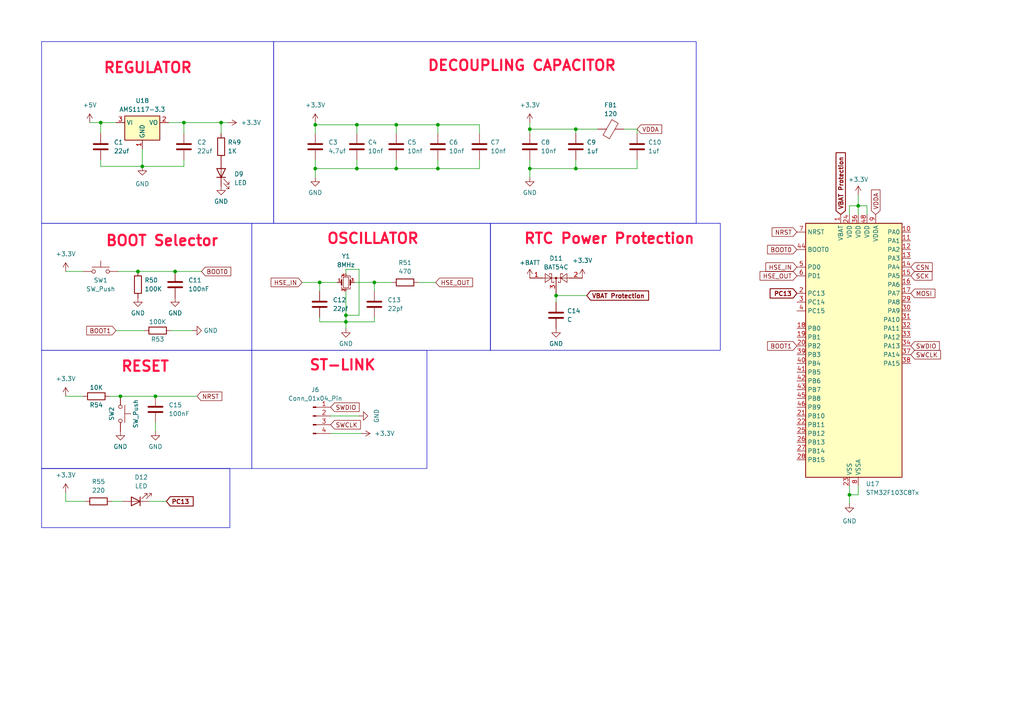
<source format=kicad_sch>
(kicad_sch (version 20230121) (generator eeschema)
  (paper "A4")
  (lib_symbols
    (symbol "Connector:Conn_01x04_Pin" (pin_names (offset 1.016) hide)
      (property "Reference" "J" (at 0 5.08 0))
      (property "Value" "Conn_01x04_Pin" (at 0 -7.62 0))
      (symbol "Conn_01x04_Pin_1_1"
        (polyline (pts (xy 1.27 -5.08) (xy 0.8636 -5.08)) (stroke (width 0.1524)))
        (polyline (pts (xy 1.27 -2.54) (xy 0.8636 -2.54)) (stroke (width 0.1524)))
        (polyline (pts (xy 1.27 0) (xy 0.8636 0)) (stroke (width 0.1524)))
        (polyline (pts (xy 1.27 2.54) (xy 0.8636 2.54)) (stroke (width 0.1524)))
        (rectangle (start 0.8636 -4.953) (end 0 -5.207) (stroke (width 0.1524)) (fill (type outline)))
        (rectangle (start 0.8636 -2.413) (end 0 -2.667) (stroke (width 0.1524)) (fill (type outline)))
        (rectangle (start 0.8636 0.127) (end 0 -0.127) (stroke (width 0.1524)) (fill (type outline)))
        (rectangle (start 0.8636 2.667) (end 0 2.413) (stroke (width 0.1524)) (fill (type outline)))
        (pin passive line (at 5.08 2.54 180) (length 3.81) (name "Pin_1") (number "1"))
        (pin passive line (at 5.08 0 180) (length 3.81) (name "Pin_2") (number "2"))
        (pin passive line (at 5.08 -2.54 180) (length 3.81) (name "Pin_3") (number "3"))
        (pin passive line (at 5.08 -5.08 180) (length 3.81) (name "Pin_4") (number "4"))
      )
    )
    (symbol "Device:C" (pin_numbers hide) (pin_names (offset 0.254))
      (property "Reference" "C" (at 0.635 2.54 0))
      (property "Value" "C" (at 0.635 -2.54 0))
      (symbol "C_0_1"
        (polyline (pts (xy -2.032 -0.762) (xy 2.032 -0.762)) (stroke (width 0.508)))
        (polyline (pts (xy -2.032 0.762) (xy 2.032 0.762)) (stroke (width 0.508)))
      )
      (symbol "C_1_1"
        (pin passive line (at 0 3.81 270) (length 2.794) (name "~") (number "1"))
        (pin passive line (at 0 -3.81 90) (length 2.794) (name "~") (number "2"))
      )
    )
    (symbol "Device:Crystal_GND24_Small" (pin_names (offset 1.016) hide)
      (property "Reference" "Y" (at 1.27 4.445 0))
      (property "Value" "Crystal_GND24_Small" (at 1.27 2.54 0))
      (symbol "Crystal_GND24_Small_0_1"
        (rectangle (start -0.762 -1.524) (end 0.762 1.524))
        (polyline (pts (xy -1.27 -0.762) (xy -1.27 0.762)) (stroke (width 0.381)))
        (polyline (pts (xy 1.27 -0.762) (xy 1.27 0.762)) (stroke (width 0.381)))
        (polyline (pts (xy -1.27 -1.27) (xy -1.27 -1.905) (xy 1.27 -1.905) (xy 1.27 -1.27)))
        (polyline (pts (xy -1.27 1.27) (xy -1.27 1.905) (xy 1.27 1.905) (xy 1.27 1.27)))
      )
      (symbol "Crystal_GND24_Small_1_1"
        (pin passive line (at -2.54 0 0) (length 1.27) (name "1") (number "1"))
        (pin passive line (at 0 -2.54 90) (length 0.635) (name "2") (number "2"))
        (pin passive line (at 2.54 0 180) (length 1.27) (name "3") (number "3"))
        (pin passive line (at 0 2.54 270) (length 0.635) (name "4") (number "4"))
      )
    )
    (symbol "Device:FerriteBead" (pin_numbers hide) (pin_names (offset 0))
      (property "Reference" "FB" (at -3.81 0.635 90))
      (property "Value" "FerriteBead" (at 3.81 0 90))
      (symbol "FerriteBead_0_1"
        (polyline (pts (xy 0 -1.27) (xy 0 -1.2192)))
        (polyline (pts (xy 0 1.27) (xy 0 1.2954)))
        (polyline (pts (xy -2.7686 0.4064) (xy -1.7018 2.2606) (xy 2.7686 -0.3048) (xy 1.6764 -2.159) (xy -2.7686 0.4064)))
      )
      (symbol "FerriteBead_1_1"
        (pin passive line (at 0 3.81 270) (length 2.54) (name "~") (number "1"))
        (pin passive line (at 0 -3.81 90) (length 2.54) (name "~") (number "2"))
      )
    )
    (symbol "Device:LED" (pin_numbers hide) (pin_names (offset 1.016) hide)
      (property "Reference" "D" (at 0 2.54 0))
      (property "Value" "LED" (at 0 -2.54 0))
      (symbol "LED_0_1"
        (polyline (pts (xy -1.27 -1.27) (xy -1.27 1.27)) (stroke (width 0.254)))
        (polyline (pts (xy -1.27 0) (xy 1.27 0)))
        (polyline (pts (xy 1.27 -1.27) (xy 1.27 1.27) (xy -1.27 0) (xy 1.27 -1.27)) (stroke (width 0.254)))
        (polyline (pts (xy -3.048 -0.762) (xy -4.572 -2.286) (xy -3.81 -2.286) (xy -4.572 -2.286) (xy -4.572 -1.524)))
        (polyline (pts (xy -1.778 -0.762) (xy -3.302 -2.286) (xy -2.54 -2.286) (xy -3.302 -2.286) (xy -3.302 -1.524)))
      )
      (symbol "LED_1_1"
        (pin passive line (at -3.81 0 0) (length 2.54) (name "K") (number "1"))
        (pin passive line (at 3.81 0 180) (length 2.54) (name "A") (number "2"))
      )
    )
    (symbol "Device:R" (pin_numbers hide) (pin_names (offset 0))
      (property "Reference" "R" (at 2.032 0 90))
      (property "Value" "R" (at 0 0 90))
      (symbol "R_0_1"
        (rectangle (start -1.016 -2.54) (end 1.016 2.54) (stroke (width 0.254)))
      )
      (symbol "R_1_1"
        (pin passive line (at 0 3.81 270) (length 1.27) (name "~") (number "1"))
        (pin passive line (at 0 -3.81 90) (length 1.27) (name "~") (number "2"))
      )
    )
    (symbol "Diode:BAT54C" (pin_names (offset 1.016))
      (property "Reference" "D" (at 0.635 -3.81 0))
      (property "Value" "BAT54C" (at -6.35 3.175 0))
      (symbol "BAT54C_0_1"
        (polyline (pts (xy -1.905 0) (xy 1.905 0)))
        (polyline (pts (xy -1.905 1.27) (xy -1.905 1.016)))
        (polyline (pts (xy -1.27 -1.27) (xy -0.635 -1.27)))
        (polyline (pts (xy -1.27 0) (xy -3.81 0)))
        (polyline (pts (xy -1.27 1.27) (xy -1.905 1.27)))
        (polyline (pts (xy -1.27 1.27) (xy -1.27 -1.27)))
        (polyline (pts (xy -0.635 -1.27) (xy -0.635 -1.016)))
        (polyline (pts (xy 0.635 -1.27) (xy 0.635 -1.016)))
        (polyline (pts (xy 1.27 -1.27) (xy 0.635 -1.27)))
        (polyline (pts (xy 1.27 1.27) (xy 1.27 -1.27)))
        (polyline (pts (xy 1.27 1.27) (xy 1.905 1.27)))
        (polyline (pts (xy 1.905 1.27) (xy 1.905 1.016)))
        (polyline (pts (xy 3.81 0) (xy 1.27 0)))
        (polyline (pts (xy -3.175 -1.27) (xy -3.175 1.27) (xy -1.27 0) (xy -3.175 -1.27)))
        (polyline (pts (xy 3.175 -1.27) (xy 3.175 1.27) (xy 1.27 0) (xy 3.175 -1.27)))
        (circle (center 0 0) (radius 0.254) (fill (type outline)))
      )
      (symbol "BAT54C_1_1"
        (pin passive line (at -7.62 0 0) (length 3.81) (name "~") (number "1"))
        (pin passive line (at 7.62 0 180) (length 3.81) (name "~") (number "2"))
        (pin passive line (at 0 -5.08 90) (length 5.08) (name "~") (number "3"))
      )
    )
    (symbol "MCU_ST_STM32F1:STM32F103C8Tx"
      (property "Reference" "U" (at -12.7 39.37 0))
      (property "Value" "STM32F103C8Tx" (at 10.16 39.37 0))
      (symbol "STM32F103C8Tx_0_1"
        (rectangle (start -12.7 -35.56) (end 15.24 38.1) (stroke (width 0.254)) (fill (type background)))
      )
      (symbol "STM32F103C8Tx_1_1"
        (pin power_in line (at -2.54 40.64 270) (length 2.54) (name "VBAT") (number "1"))
        (pin bidirectional line (at 17.78 35.56 180) (length 2.54) (name "PA0") (number "10"))
        (pin bidirectional line (at 17.78 33.02 180) (length 2.54) (name "PA1") (number "11"))
        (pin bidirectional line (at 17.78 30.48 180) (length 2.54) (name "PA2") (number "12"))
        (pin bidirectional line (at 17.78 27.94 180) (length 2.54) (name "PA3") (number "13"))
        (pin bidirectional line (at 17.78 25.4 180) (length 2.54) (name "PA4") (number "14"))
        (pin bidirectional line (at 17.78 22.86 180) (length 2.54) (name "PA5") (number "15"))
        (pin bidirectional line (at 17.78 20.32 180) (length 2.54) (name "PA6") (number "16"))
        (pin bidirectional line (at 17.78 17.78 180) (length 2.54) (name "PA7") (number "17"))
        (pin bidirectional line (at -15.24 7.62 0) (length 2.54) (name "PB0") (number "18"))
        (pin bidirectional line (at -15.24 5.08 0) (length 2.54) (name "PB1") (number "19"))
        (pin bidirectional line (at -15.24 17.78 0) (length 2.54) (name "PC13") (number "2"))
        (pin bidirectional line (at -15.24 2.54 0) (length 2.54) (name "PB2") (number "20"))
        (pin bidirectional line (at -15.24 -17.78 0) (length 2.54) (name "PB10") (number "21"))
        (pin bidirectional line (at -15.24 -20.32 0) (length 2.54) (name "PB11") (number "22"))
        (pin power_in line (at 0 -38.1 90) (length 2.54) (name "VSS") (number "23"))
        (pin power_in line (at 0 40.64 270) (length 2.54) (name "VDD") (number "24"))
        (pin bidirectional line (at -15.24 -22.86 0) (length 2.54) (name "PB12") (number "25"))
        (pin bidirectional line (at -15.24 -25.4 0) (length 2.54) (name "PB13") (number "26"))
        (pin bidirectional line (at -15.24 -27.94 0) (length 2.54) (name "PB14") (number "27"))
        (pin bidirectional line (at -15.24 -30.48 0) (length 2.54) (name "PB15") (number "28"))
        (pin bidirectional line (at 17.78 15.24 180) (length 2.54) (name "PA8") (number "29"))
        (pin bidirectional line (at -15.24 15.24 0) (length 2.54) (name "PC14") (number "3"))
        (pin bidirectional line (at 17.78 12.7 180) (length 2.54) (name "PA9") (number "30"))
        (pin bidirectional line (at 17.78 10.16 180) (length 2.54) (name "PA10") (number "31"))
        (pin bidirectional line (at 17.78 7.62 180) (length 2.54) (name "PA11") (number "32"))
        (pin bidirectional line (at 17.78 5.08 180) (length 2.54) (name "PA12") (number "33"))
        (pin bidirectional line (at 17.78 2.54 180) (length 2.54) (name "PA13") (number "34"))
        (pin passive line (at 0 -38.1 90) (length 2.54) hide (name "VSS") (number "35"))
        (pin power_in line (at 2.54 40.64 270) (length 2.54) (name "VDD") (number "36"))
        (pin bidirectional line (at 17.78 0 180) (length 2.54) (name "PA14") (number "37"))
        (pin bidirectional line (at 17.78 -2.54 180) (length 2.54) (name "PA15") (number "38"))
        (pin bidirectional line (at -15.24 0 0) (length 2.54) (name "PB3") (number "39"))
        (pin bidirectional line (at -15.24 12.7 0) (length 2.54) (name "PC15") (number "4"))
        (pin bidirectional line (at -15.24 -2.54 0) (length 2.54) (name "PB4") (number "40"))
        (pin bidirectional line (at -15.24 -5.08 0) (length 2.54) (name "PB5") (number "41"))
        (pin bidirectional line (at -15.24 -7.62 0) (length 2.54) (name "PB6") (number "42"))
        (pin bidirectional line (at -15.24 -10.16 0) (length 2.54) (name "PB7") (number "43"))
        (pin input line (at -15.24 30.48 0) (length 2.54) (name "BOOT0") (number "44"))
        (pin bidirectional line (at -15.24 -12.7 0) (length 2.54) (name "PB8") (number "45"))
        (pin bidirectional line (at -15.24 -15.24 0) (length 2.54) (name "PB9") (number "46"))
        (pin passive line (at 0 -38.1 90) (length 2.54) hide (name "VSS") (number "47"))
        (pin power_in line (at 5.08 40.64 270) (length 2.54) (name "VDD") (number "48"))
        (pin bidirectional line (at -15.24 25.4 0) (length 2.54) (name "PD0") (number "5"))
        (pin bidirectional line (at -15.24 22.86 0) (length 2.54) (name "PD1") (number "6"))
        (pin input line (at -15.24 35.56 0) (length 2.54) (name "NRST") (number "7"))
        (pin power_in line (at 2.54 -38.1 90) (length 2.54) (name "VSSA") (number "8"))
        (pin power_in line (at 7.62 40.64 270) (length 2.54) (name "VDDA") (number "9"))
      )
    )
    (symbol "Regulator_Linear:AMS1117-3.3"
      (property "Reference" "U" (at -3.81 3.175 0))
      (property "Value" "AMS1117-3.3" (at 0 3.175 0))
      (symbol "AMS1117-3.3_0_1"
        (rectangle (start -5.08 -5.08) (end 5.08 1.905) (stroke (width 0.254)) (fill (type background)))
      )
      (symbol "AMS1117-3.3_1_1"
        (pin power_in line (at 0 -7.62 90) (length 2.54) (name "GND") (number "1"))
        (pin power_out line (at 7.62 0 180) (length 2.54) (name "VO") (number "2"))
        (pin power_in line (at -7.62 0 0) (length 2.54) (name "VI") (number "3"))
      )
    )
    (symbol "Switch:SW_Push" (pin_numbers hide) (pin_names (offset 1.016) hide)
      (property "Reference" "SW" (at 1.27 2.54 0))
      (property "Value" "SW_Push" (at 0 -1.524 0))
      (symbol "SW_Push_0_1"
        (circle (center -2.032 0) (radius 0.508))
        (polyline (pts (xy 0 1.27) (xy 0 3.048)))
        (polyline (pts (xy 2.54 1.27) (xy -2.54 1.27)))
        (circle (center 2.032 0) (radius 0.508))
        (pin passive line (at -5.08 0 0) (length 2.54) (name "1") (number "1"))
        (pin passive line (at 5.08 0 180) (length 2.54) (name "2") (number "2"))
      )
    )
    (symbol "power:+3.3V" (power) (pin_names (offset 0))
      (property "Value" "+3.3V" (at 0 3.556 0))
      (symbol "+3.3V_0_1"
        (polyline (pts (xy -0.762 1.27) (xy 0 2.54)))
        (polyline (pts (xy 0 0) (xy 0 2.54)))
        (polyline (pts (xy 0 2.54) (xy 0.762 1.27)))
      )
      (symbol "+3.3V_1_1"
        (pin power_in line (at 0 0 90) (length 0) hide (name "+3.3V") (number "1"))
      )
    )
    (symbol "power:+5V" (power) (pin_names (offset 0))
      (property "Value" "+5V" (at 0 3.556 0))
      (symbol "+5V_0_1"
        (polyline (pts (xy -0.762 1.27) (xy 0 2.54)))
        (polyline (pts (xy 0 0) (xy 0 2.54)))
        (polyline (pts (xy 0 2.54) (xy 0.762 1.27)))
      )
      (symbol "+5V_1_1"
        (pin power_in line (at 0 0 90) (length 0) hide (name "+5V") (number "1"))
      )
    )
    (symbol "power:+BATT" (power) (pin_names (offset 0))
      (property "Value" "+BATT" (at 0 3.556 0))
      (symbol "+BATT_0_1"
        (polyline (pts (xy -0.762 1.27) (xy 0 2.54)))
        (polyline (pts (xy 0 0) (xy 0 2.54)))
        (polyline (pts (xy 0 2.54) (xy 0.762 1.27)))
      )
      (symbol "+BATT_1_1"
        (pin power_in line (at 0 0 90) (length 0) hide (name "+BATT") (number "1"))
      )
    )
    (symbol "power:GND" (power) (pin_names (offset 0))
      (property "Value" "GND" (at 0 -3.81 0))
      (symbol "GND_0_1"
        (polyline (pts (xy 0 0) (xy 0 -1.27) (xy 1.27 -1.27) (xy 0 -2.54) (xy -1.27 -1.27) (xy 0 -1.27)))
      )
      (symbol "GND_1_1"
        (pin power_in line (at 0 0 270) (length 0) hide (name "GND") (number "1"))
      )
    )
  )
  (junction (at 114.935 48.895))
  (junction (at 91.44 48.895))
  (junction (at 114.935 36.195))
  (junction (at 40.005 78.74))
  (junction (at 103.505 36.195))
  (junction (at 92.71 81.915))
  (junction (at 34.925 114.935))
  (junction (at 153.67 48.895))
  (junction (at 248.92 59.69))
  (junction (at 29.21 35.56))
  (junction (at 153.67 37.465))
  (junction (at 161.29 85.725))
  (junction (at 167.005 48.895))
  (junction (at 167.005 37.465))
  (junction (at 53.34 35.56))
  (junction (at 91.44 36.195))
  (junction (at 64.135 35.56))
  (junction (at 103.505 48.895))
  (junction (at 127 36.195))
  (junction (at 108.585 81.915))
  (junction (at 246.38 143.51))
  (junction (at 41.275 48.26))
  (junction (at 127 48.895))
  (junction (at 50.8 78.74))
  (junction (at 100.33 91.44))
  (junction (at 100.33 93.345))
  (junction (at 45.085 114.935))
  (wire (pts (xy 53.34 38.735) (xy 53.34 35.56)))
  (wire (pts (xy 127 48.895) (xy 139.065 48.895)))
  (wire (pts (xy 29.21 48.26) (xy 41.275 48.26)))
  (wire (pts (xy 53.34 48.26) (xy 53.34 46.355)))
  (wire (pts (xy 100.33 93.345) (xy 100.33 95.25)))
  (wire (pts (xy 167.005 48.895) (xy 153.67 48.895)))
  (wire (pts (xy 139.065 38.735) (xy 139.065 36.195)))
  (wire (pts (xy 91.44 36.195) (xy 103.505 36.195)))
  (wire (pts (xy 19.05 114.935) (xy 24.13 114.935)))
  (wire (pts (xy 114.935 36.195) (xy 127 36.195)))
  (wire (pts (xy 173.355 37.465) (xy 167.005 37.465)))
  (wire (pts (xy 103.505 46.355) (xy 103.505 48.895)))
  (wire (pts (xy 248.92 62.23) (xy 248.92 59.69)))
  (wire (pts (xy 19.05 145.415) (xy 24.765 145.415)))
  (wire (pts (xy 26.035 35.56) (xy 29.21 35.56)))
  (wire (pts (xy 167.005 37.465) (xy 153.67 37.465)))
  (wire (pts (xy 45.085 122.555) (xy 45.085 125.095)))
  (wire (pts (xy 49.53 95.885) (xy 55.88 95.885)))
  (wire (pts (xy 167.005 48.895) (xy 184.785 48.895)))
  (wire (pts (xy 34.925 114.935) (xy 45.085 114.935)))
  (wire (pts (xy 170.18 85.725) (xy 161.29 85.725)))
  (wire (pts (xy 33.655 95.885) (xy 41.91 95.885)))
  (wire (pts (xy 103.505 36.195) (xy 103.505 38.735)))
  (wire (pts (xy 43.18 145.415) (xy 48.26 145.415)))
  (wire (pts (xy 246.38 140.97) (xy 246.38 143.51)))
  (wire (pts (xy 29.21 35.56) (xy 29.21 38.735)))
  (wire (pts (xy 53.34 35.56) (xy 64.135 35.56)))
  (wire (pts (xy 41.275 48.26) (xy 53.34 48.26)))
  (wire (pts (xy 108.585 93.345) (xy 100.33 93.345)))
  (wire (pts (xy 108.585 81.915) (xy 113.665 81.915)))
  (wire (pts (xy 103.505 48.895) (xy 114.935 48.895)))
  (wire (pts (xy 248.92 59.69) (xy 251.46 59.69)))
  (wire (pts (xy 161.29 85.725) (xy 161.29 87.63)))
  (wire (pts (xy 103.505 36.195) (xy 114.935 36.195)))
  (wire (pts (xy 91.44 46.355) (xy 91.44 48.895)))
  (wire (pts (xy 246.38 59.69) (xy 248.92 59.69)))
  (wire (pts (xy 108.585 81.915) (xy 108.585 84.455)))
  (wire (pts (xy 29.21 46.355) (xy 29.21 48.26)))
  (wire (pts (xy 139.065 46.355) (xy 139.065 48.895)))
  (wire (pts (xy 184.785 46.355) (xy 184.785 48.895)))
  (wire (pts (xy 127 46.355) (xy 127 48.895)))
  (wire (pts (xy 45.085 114.935) (xy 57.15 114.935)))
  (wire (pts (xy 248.92 143.51) (xy 246.38 143.51)))
  (wire (pts (xy 92.71 93.345) (xy 100.33 93.345)))
  (wire (pts (xy 19.05 142.875) (xy 19.05 145.415)))
  (wire (pts (xy 102.87 81.915) (xy 108.585 81.915)))
  (wire (pts (xy 64.135 35.56) (xy 66.04 35.56)))
  (wire (pts (xy 180.975 37.465) (xy 184.785 37.465)))
  (wire (pts (xy 91.44 48.895) (xy 91.44 51.435)))
  (wire (pts (xy 121.285 81.915) (xy 126.365 81.915)))
  (wire (pts (xy 153.67 48.895) (xy 153.67 51.435)))
  (wire (pts (xy 100.33 79.375) (xy 100.33 78.105)))
  (wire (pts (xy 248.92 140.97) (xy 248.92 143.51)))
  (wire (pts (xy 31.75 114.935) (xy 34.925 114.935)))
  (wire (pts (xy 40.005 78.74) (xy 50.8 78.74)))
  (wire (pts (xy 92.71 92.075) (xy 92.71 93.345)))
  (wire (pts (xy 50.8 78.74) (xy 58.42 78.74)))
  (wire (pts (xy 167.005 37.465) (xy 167.005 38.735)))
  (wire (pts (xy 104.14 120.65) (xy 95.885 120.65)))
  (wire (pts (xy 100.33 91.44) (xy 100.33 93.345)))
  (wire (pts (xy 114.935 48.895) (xy 127 48.895)))
  (wire (pts (xy 248.92 56.515) (xy 248.92 59.69)))
  (wire (pts (xy 108.585 92.075) (xy 108.585 93.345)))
  (wire (pts (xy 64.135 35.56) (xy 64.135 38.735)))
  (wire (pts (xy 246.38 143.51) (xy 246.38 146.05)))
  (wire (pts (xy 114.935 38.735) (xy 114.935 36.195)))
  (wire (pts (xy 127 36.195) (xy 139.065 36.195)))
  (wire (pts (xy 246.38 59.69) (xy 246.38 62.23)))
  (wire (pts (xy 34.29 78.74) (xy 40.005 78.74)))
  (wire (pts (xy 92.71 81.915) (xy 97.79 81.915)))
  (wire (pts (xy 153.67 35.56) (xy 153.67 37.465)))
  (wire (pts (xy 100.33 84.455) (xy 100.33 91.44)))
  (wire (pts (xy 100.33 78.105) (xy 104.14 78.105)))
  (wire (pts (xy 32.385 145.415) (xy 35.56 145.415)))
  (wire (pts (xy 92.71 81.915) (xy 92.71 84.455)))
  (wire (pts (xy 251.46 59.69) (xy 251.46 62.23)))
  (wire (pts (xy 29.21 35.56) (xy 33.655 35.56)))
  (wire (pts (xy 91.44 36.195) (xy 91.44 38.735)))
  (wire (pts (xy 104.14 91.44) (xy 100.33 91.44)))
  (wire (pts (xy 153.67 46.355) (xy 153.67 48.895)))
  (wire (pts (xy 19.05 78.74) (xy 24.13 78.74)))
  (wire (pts (xy 87.63 81.915) (xy 92.71 81.915)))
  (wire (pts (xy 184.785 37.465) (xy 184.785 38.735)))
  (wire (pts (xy 104.775 125.73) (xy 95.885 125.73)))
  (wire (pts (xy 104.14 78.105) (xy 104.14 91.44)))
  (wire (pts (xy 127 38.735) (xy 127 36.195)))
  (wire (pts (xy 48.895 35.56) (xy 53.34 35.56)))
  (wire (pts (xy 41.275 43.18) (xy 41.275 48.26)))
  (wire (pts (xy 91.44 35.56) (xy 91.44 36.195)))
  (wire (pts (xy 103.505 48.895) (xy 91.44 48.895)))
  (wire (pts (xy 114.935 46.355) (xy 114.935 48.895)))
  (wire (pts (xy 153.67 37.465) (xy 153.67 38.735)))
  (wire (pts (xy 167.005 46.355) (xy 167.005 48.895)))
  (rectangle (start 12.065 64.77) (end 73.025 101.6))
  (rectangle (start 79.375 12.065) (end 201.93 64.77))
  (rectangle (start 142.24 64.77) (end 208.915 101.6))
  (rectangle (start 12.065 101.6) (end 73.025 135.89))
  (rectangle (start 73.025 101.6) (end 123.825 135.89))
  (rectangle (start 73.025 64.77) (end 142.24 101.6))
  (rectangle (start 12.065 12.065) (end 79.375 64.77))
  (rectangle (start 12.065 135.89) (end 66.675 153.035))
  (text "OSCILLATOR\n" (at 94.615 71.12 0) (effects (font (size 3 3) (thickness 0.6) bold) (justify left bottom)))
  (text "REGULATOR" (at 29.845 21.59 0) (effects (font (size 3 3) (thickness 0.6) bold) (justify left bottom)))
  (text "BOOT Selector\n" (at 30.48 71.755 0) (effects (font (size 3 3) (thickness 0.6) bold) (justify left bottom)))
  (text "RTC Power Protection" (at 151.765 71.12 0) (effects (font (size 3 3) (thickness 0.6) bold) (justify left bottom)))
  (text "DECOUPLING CAPACITOR\n" (at 123.825 20.955 0) (effects (font (size 3 3) (thickness 0.6) bold) (justify left bottom)))
  (text "RESET\n\n" (at 34.925 113.03 0) (effects (font (size 3 3) (thickness 0.6) bold) (justify left bottom)))
  (text "ST-LINK\n\n\n" (at 89.535 117.475 0) (effects (font (size 3 3) (thickness 0.6) bold) (justify left bottom)))
  (global_label "BOOT1" (shape input) (at 231.14 100.33 180) (property "Intersheetrefs" "${INTERSHEET_REFS}" (effects hide)))
  (global_label "HSE_OUT" (shape input) (at 231.14 80.01 180) (property "Intersheetrefs" "${INTERSHEET_REFS}" (effects hide)))
  (global_label "HSE_OUT" (shape input) (at 126.365 81.915 0) (property "Intersheetrefs" "${INTERSHEET_REFS}" (effects hide)))
  (global_label "BOOT0" (shape input) (at 58.42 78.74 0) (property "Intersheetrefs" "${INTERSHEET_REFS}" (effects hide)))
  (global_label "HSE_IN" (shape input) (at 231.14 77.47 180) (property "Intersheetrefs" "${INTERSHEET_REFS}" (effects hide)))
  (global_label "PC13" (shape input) (at 231.14 85.09 180) (effects (font bold)) (property "Intersheetrefs" "${INTERSHEET_REFS}" (effects hide)))
  (global_label "SWCLK" (shape input) (at 95.885 123.19 0) (property "Intersheetrefs" "${INTERSHEET_REFS}" (effects hide)))
  (global_label "MOSI" (shape input) (at 264.16 85.09 0) (property "Intersheetrefs" "${INTERSHEET_REFS}" (effects hide)))
  (global_label "VDDA" (shape input) (at 184.785 37.465 0) (property "Intersheetrefs" "${INTERSHEET_REFS}" (effects hide)))
  (global_label "HSE_IN" (shape input) (at 87.63 81.915 180) (property "Intersheetrefs" "${INTERSHEET_REFS}" (effects hide)))
  (global_label "SWDIO" (shape input) (at 95.885 118.11 0) (property "Intersheetrefs" "${INTERSHEET_REFS}" (effects hide)))
  (global_label "NRST" (shape input) (at 57.15 114.935 0) (property "Intersheetrefs" "${INTERSHEET_REFS}" (effects hide)))
  (global_label "NRST" (shape input) (at 231.14 67.31 180) (property "Intersheetrefs" "${INTERSHEET_REFS}" (effects hide)))
  (global_label "VDDA" (shape input) (at 254 62.23 90) (property "Intersheetrefs" "${INTERSHEET_REFS}" (effects hide)))
  (global_label "PC13" (shape input) (at 48.26 145.415 0) (effects (font bold)) (property "Intersheetrefs" "${INTERSHEET_REFS}" (effects hide)))
  (global_label "BOOT0" (shape input) (at 231.14 72.39 180) (property "Intersheetrefs" "${INTERSHEET_REFS}" (effects hide)))
  (global_label "VBAT Protection" (shape input) (at 170.18 85.725 0) (effects (font bold)) (property "Intersheetrefs" "${INTERSHEET_REFS}" (effects hide)))
  (global_label "VBAT Protection" (shape input) (at 243.84 62.23 90) (effects (font bold)) (property "Intersheetrefs" "${INTERSHEET_REFS}" (effects hide)))
  (global_label "CSN" (shape input) (at 264.16 77.47 0) (property "Intersheetrefs" "${INTERSHEET_REFS}" (effects hide)))
  (global_label "SWCLK" (shape input) (at 264.16 102.87 0) (property "Intersheetrefs" "${INTERSHEET_REFS}" (effects hide)))
  (global_label "SWDIO" (shape input) (at 264.16 100.33 0) (property "Intersheetrefs" "${INTERSHEET_REFS}" (effects hide)))
  (global_label "SCK" (shape input) (at 264.16 80.01 0) (property "Intersheetrefs" "${INTERSHEET_REFS}" (effects hide)))
  (global_label "BOOT1" (shape input) (at 33.655 95.885 180) (property "Intersheetrefs" "${INTERSHEET_REFS}" (effects hide)))
  (symbol (lib_id "MCU_ST_STM32F1:STM32F103C8Tx") (at 246.38 102.87 0) (unit 1)
    (property "Reference" "U17" (at 251.1141 140.335 0) (effects (justify left)))
    (property "Value" "STM32F103C8Tx" (at 251.1141 142.875 0) (effects (justify left)))
    (property "Footprint" "Package_QFP:LQFP-48_7x7mm_P0.5mm" (effects hide))
    (property "Datasheet" "https://www.st.com/resource/en/datasheet/stm32f103c8.pdf" (effects hide))
  )
  (symbol (lib_id "power:GND") (at 34.925 125.095 0) (unit 1)
    (property "Reference" "#PWR088" (effects hide))
    (property "Value" "GND" (at 34.925 129.54 0))
  )
  (symbol (lib_id "power:GND") (at 100.33 95.25 0) (unit 1)
    (property "Reference" "#PWR078" (effects hide))
    (property "Value" "GND" (at 100.33 99.695 0))
  )
  (symbol (lib_id "power:+3.3V") (at 19.05 78.74 0) (unit 1)
    (property "Reference" "#PWR076" (effects hide))
    (property "Value" "+3.3V" (at 19.05 73.66 0))
  )
  (symbol (lib_id "power:GND") (at 64.135 53.975 0) (unit 1)
    (property "Reference" "#PWR071" (effects hide))
    (property "Value" "GND" (at 64.135 58.42 0))
  )
  (symbol (lib_id "Device:R") (at 40.005 82.55 0) (unit 1)
    (property "Reference" "R50" (at 41.91 81.28 0) (effects (justify left)))
    (property "Value" "100K" (at 41.91 83.82 0) (effects (justify left)))
    (property "Footprint" "Resistor_SMD:R_0201_0603Metric" (effects hide))
  )
  (symbol (lib_id "Device:C") (at 161.29 91.44 0) (unit 1)
    (property "Reference" "C14" (at 164.465 90.17 0) (effects (justify left)))
    (property "Value" "C" (at 164.465 92.71 0) (effects (justify left)))
    (property "Footprint" "Capacitor_SMD:C_0603_1608Metric" (effects hide))
  )
  (symbol (lib_id "power:GND") (at 161.29 95.25 0) (unit 1)
    (property "Reference" "#PWR082" (effects hide))
    (property "Value" "GND" (at 161.29 99.695 0))
  )
  (symbol (lib_id "Device:R") (at 45.72 95.885 90) (unit 1)
    (property "Reference" "R53" (at 45.72 98.425 90))
    (property "Value" "100K" (at 45.72 93.345 90))
    (property "Footprint" "Resistor_SMD:R_0201_0603Metric" (effects hide))
  )
  (symbol (lib_id "Device:C") (at 91.44 42.545 0) (unit 1)
    (property "Reference" "C3" (at 95.25 41.275 0) (effects (justify left)))
    (property "Value" "4.7uf" (at 95.25 43.815 0) (effects (justify left)))
    (property "Footprint" "Capacitor_SMD:C_0603_1608Metric" (effects hide))
  )
  (symbol (lib_id "Device:FerriteBead") (at 177.165 37.465 90) (unit 1)
    (property "Reference" "FB1" (at 177.1142 30.48 90))
    (property "Value" "120" (at 177.1142 33.02 90))
  )
  (symbol (lib_id "Device:LED") (at 39.37 145.415 180) (unit 1)
    (property "Reference" "D12" (at 40.9575 138.43 0))
    (property "Value" "LED" (at 40.9575 140.97 0))
  )
  (symbol (lib_id "power:+3.3V") (at 153.67 35.56 0) (unit 1)
    (property "Reference" "#PWR074" (effects hide))
    (property "Value" "+3.3V" (at 153.67 30.48 0))
  )
  (symbol (lib_id "power:+3.3V") (at 66.04 35.56 270) (unit 1)
    (property "Reference" "#PWR070" (effects hide))
    (property "Value" "+3.3V" (at 69.85 35.56 90) (effects (justify left)))
  )
  (symbol (lib_id "power:+3.3V") (at 19.05 114.935 0) (unit 1)
    (property "Reference" "#PWR087" (effects hide))
    (property "Value" "+3.3V" (at 19.05 109.855 0))
  )
  (symbol (lib_id "Device:C") (at 53.34 42.545 0) (unit 1)
    (property "Reference" "C2" (at 57.15 41.275 0) (effects (justify left)))
    (property "Value" "22uf" (at 57.15 43.815 0) (effects (justify left)))
    (property "Footprint" "Capacitor_SMD:C_0603_1608Metric" (effects hide))
  )
  (symbol (lib_id "power:+BATT") (at 153.67 80.645 0) (unit 1)
    (property "Reference" "#PWR057" (effects hide))
    (property "Value" "+BATT" (at 153.67 76.2 0))
  )
  (symbol (lib_id "power:+3.3V") (at 168.91 80.645 0) (unit 1)
    (property "Reference" "#PWR081" (effects hide))
    (property "Value" "+3.3V" (at 168.91 75.565 0))
  )
  (symbol (lib_id "Device:C") (at 184.785 42.545 0) (unit 1)
    (property "Reference" "C10" (at 187.96 41.275 0) (effects (justify left)))
    (property "Value" "1uf" (at 187.96 43.815 0) (effects (justify left)))
    (property "Footprint" "Capacitor_SMD:C_0603_1608Metric" (effects hide))
  )
  (symbol (lib_id "power:+5V") (at 26.035 35.56 0) (unit 1)
    (property "Reference" "#PWR068" (effects hide))
    (property "Value" "+5V" (at 26.035 30.48 0))
  )
  (symbol (lib_id "power:GND") (at 41.275 48.26 0) (unit 1)
    (property "Reference" "#PWR069" (effects hide))
    (property "Value" "GND" (at 41.275 53.34 0))
  )
  (symbol (lib_id "power:+3.3V") (at 19.05 142.875 0) (unit 1)
    (property "Reference" "#PWR090" (effects hide))
    (property "Value" "+3.3V" (at 19.05 137.795 0))
  )
  (symbol (lib_id "power:+3.3V") (at 91.44 35.56 0) (unit 1)
    (property "Reference" "#PWR072" (effects hide))
    (property "Value" "+3.3V" (at 91.44 30.48 0))
  )
  (symbol (lib_id "Device:R") (at 27.94 114.935 90) (unit 1)
    (property "Reference" "R54" (at 27.94 117.475 90))
    (property "Value" "10K" (at 27.94 112.395 90))
    (property "Footprint" "Resistor_SMD:R_0201_0603Metric" (effects hide))
  )
  (symbol (lib_id "power:GND") (at 91.44 51.435 0) (unit 1)
    (property "Reference" "#PWR073" (effects hide))
    (property "Value" "GND" (at 91.44 55.88 0))
  )
  (symbol (lib_id "Switch:SW_Push") (at 29.21 78.74 0) (unit 1)
    (property "Reference" "SW1" (at 29.21 81.28 0))
    (property "Value" "SW_Push" (at 29.21 83.82 0))
  )
  (symbol (lib_id "Device:C") (at 92.71 88.265 0) (unit 1)
    (property "Reference" "C12" (at 96.52 86.995 0) (effects (justify left)))
    (property "Value" "22pf" (at 96.52 89.535 0) (effects (justify left)))
    (property "Footprint" "Capacitor_SMD:C_0603_1608Metric" (effects hide))
  )
  (symbol (lib_id "Device:C") (at 153.67 42.545 0) (unit 1)
    (property "Reference" "C8" (at 156.845 41.275 0) (effects (justify left)))
    (property "Value" "10nf" (at 156.845 43.815 0) (effects (justify left)))
    (property "Footprint" "Capacitor_SMD:C_0603_1608Metric" (effects hide))
  )
  (symbol (lib_id "Device:C") (at 45.085 118.745 0) (unit 1)
    (property "Reference" "C15" (at 48.895 117.475 0) (effects (justify left)))
    (property "Value" "100nF" (at 48.895 120.015 0) (effects (justify left)))
    (property "Footprint" "Capacitor_SMD:C_0603_1608Metric" (effects hide))
  )
  (symbol (lib_id "power:GND") (at 153.67 51.435 0) (unit 1)
    (property "Reference" "#PWR075" (effects hide))
    (property "Value" "GND" (at 153.67 55.88 0))
  )
  (symbol (lib_id "Device:C") (at 127 42.545 0) (unit 1)
    (property "Reference" "C6" (at 130.175 41.275 0) (effects (justify left)))
    (property "Value" "10nf" (at 130.175 43.815 0) (effects (justify left)))
    (property "Footprint" "Capacitor_SMD:C_0603_1608Metric" (effects hide))
  )
  (symbol (lib_id "Device:C") (at 29.21 42.545 0) (unit 1)
    (property "Reference" "C1" (at 33.02 41.275 0) (effects (justify left)))
    (property "Value" "22uf" (at 33.02 43.815 0) (effects (justify left)))
    (property "Footprint" "Capacitor_SMD:C_0603_1608Metric" (effects hide))
  )
  (symbol (lib_id "Device:C") (at 167.005 42.545 0) (unit 1)
    (property "Reference" "C9" (at 170.18 41.275 0) (effects (justify left)))
    (property "Value" "1uf" (at 170.18 43.815 0) (effects (justify left)))
    (property "Footprint" "Capacitor_SMD:C_0603_1608Metric" (effects hide))
  )
  (symbol (lib_id "power:GND") (at 45.085 125.095 0) (unit 1)
    (property "Reference" "#PWR089" (effects hide))
    (property "Value" "GND" (at 45.085 129.54 0))
  )
  (symbol (lib_id "Device:R") (at 64.135 42.545 0) (unit 1)
    (property "Reference" "R49" (at 66.04 41.275 0) (effects (justify left)))
    (property "Value" "1K" (at 66.04 43.815 0) (effects (justify left)))
    (property "Footprint" "Resistor_SMD:R_0201_0603Metric" (effects hide))
  )
  (symbol (lib_id "Device:C") (at 114.935 42.545 0) (unit 1)
    (property "Reference" "C5" (at 118.11 41.275 0) (effects (justify left)))
    (property "Value" "10nf" (at 118.11 43.815 0) (effects (justify left)))
    (property "Footprint" "Capacitor_SMD:C_0603_1608Metric" (effects hide))
  )
  (symbol (lib_id "Device:R") (at 28.575 145.415 90) (unit 1)
    (property "Reference" "R55" (at 28.575 139.7 90))
    (property "Value" "220" (at 28.575 142.24 90))
    (property "Footprint" "Resistor_SMD:R_0201_0603Metric" (effects hide))
  )
  (symbol (lib_id "power:GND") (at 50.8 86.36 0) (unit 1)
    (property "Reference" "#PWR085" (effects hide))
    (property "Value" "GND" (at 50.8 90.805 0))
  )
  (symbol (lib_id "Switch:SW_Push") (at 34.925 120.015 270) (unit 1)
    (property "Reference" "SW2" (at 32.385 120.015 0))
    (property "Value" "SW_Push" (at 39.37 120.015 0))
  )
  (symbol (lib_id "Device:C") (at 103.505 42.545 0) (unit 1)
    (property "Reference" "C4" (at 106.68 41.275 0) (effects (justify left)))
    (property "Value" "10nf" (at 106.68 43.815 0) (effects (justify left)))
    (property "Footprint" "Capacitor_SMD:C_0603_1608Metric" (effects hide))
  )
  (symbol (lib_id "power:GND") (at 55.88 95.885 90) (unit 1)
    (property "Reference" "#PWR086" (effects hide))
    (property "Value" "GND" (at 59.055 95.885 90) (effects (justify right)))
  )
  (symbol (lib_id "Device:R") (at 117.475 81.915 90) (unit 1)
    (property "Reference" "R51" (at 117.475 76.2 90))
    (property "Value" "470" (at 117.475 78.74 90))
    (property "Footprint" "Resistor_SMD:R_0201_0603Metric" (effects hide))
  )
  (symbol (lib_id "Device:LED") (at 64.135 50.165 90) (unit 1)
    (property "Reference" "D9" (at 67.945 50.4825 90) (effects (justify right)))
    (property "Value" "LED" (at 67.945 53.0225 90) (effects (justify right)))
    (property "Footprint" "LED_SMD:LED_0201_0603Metric" (effects hide))
  )
  (symbol (lib_id "power:GND") (at 246.38 146.05 0) (unit 1)
    (property "Reference" "#PWR067" (effects hide))
    (property "Value" "GND" (at 246.38 151.13 0))
  )
  (symbol (lib_id "Diode:BAT54C") (at 161.29 80.645 0) (unit 1)
    (property "Reference" "D11" (at 161.29 74.93 0))
    (property "Value" "BAT54C" (at 161.29 77.47 0))
    (property "Footprint" "Package_TO_SOT_SMD:SOT-23" (effects hide))
    (property "Datasheet" "http://www.diodes.com/_files/datasheets/ds11005.pdf" (effects hide))
  )
  (symbol (lib_id "Device:Crystal_GND24_Small") (at 100.33 81.915 0) (unit 1)
    (property "Reference" "Y1" (at 100.33 74.295 0))
    (property "Value" "8MHz" (at 100.33 76.835 0))
  )
  (symbol (lib_id "power:GND") (at 104.14 120.65 90) (unit 1)
    (property "Reference" "#PWR079" (effects hide))
    (property "Value" "GND" (at 109.22 120.65 0))
  )
  (symbol (lib_id "power:+3.3V") (at 248.92 56.515 0) (unit 1)
    (property "Reference" "#PWR066" (effects hide))
    (property "Value" "+3.3V" (at 248.92 52.07 0))
  )
  (symbol (lib_id "Device:C") (at 139.065 42.545 0) (unit 1)
    (property "Reference" "C7" (at 142.24 41.275 0) (effects (justify left)))
    (property "Value" "10nf" (at 142.24 43.815 0) (effects (justify left)))
    (property "Footprint" "Capacitor_SMD:C_0603_1608Metric" (effects hide))
  )
  (symbol (lib_id "Regulator_Linear:AMS1117-3.3") (at 41.275 35.56 0) (unit 1)
    (property "Reference" "U18" (at 41.275 29.21 0))
    (property "Value" "AMS1117-3.3" (at 41.275 31.75 0))
    (property "Footprint" "Package_TO_SOT_SMD:SOT-223-3_TabPin2" (effects hide))
    (property "Datasheet" "http://www.advanced-monolithic.com/pdf/ds1117.pdf" (effects hide))
  )
  (symbol (lib_id "power:GND") (at 40.005 86.36 0) (unit 1)
    (property "Reference" "#PWR077" (effects hide))
    (property "Value" "GND" (at 40.005 90.805 0))
  )
  (symbol (lib_id "Device:C") (at 50.8 82.55 0) (unit 1)
    (property "Reference" "C11" (at 54.61 81.28 0) (effects (justify left)))
    (property "Value" "100nF" (at 54.61 83.82 0) (effects (justify left)))
    (property "Footprint" "Capacitor_SMD:C_0603_1608Metric" (effects hide))
  )
  (symbol (lib_id "power:+3.3V") (at 104.775 125.73 270) (unit 1)
    (property "Reference" "#PWR080" (effects hide))
    (property "Value" "+3.3V" (at 108.585 125.73 90) (effects (justify left)))
  )
  (symbol (lib_id "Connector:Conn_01x04_Pin") (at 90.805 120.65 0) (unit 1)
    (property "Reference" "J6" (at 91.44 113.03 0))
    (property "Value" "Conn_01x04_Pin" (at 91.44 115.57 0))
  )
  (symbol (lib_id "Device:C") (at 108.585 88.265 0) (unit 1)
    (property "Reference" "C13" (at 112.395 86.995 0) (effects (justify left)))
    (property "Value" "22pf" (at 112.395 89.535 0) (effects (justify left)))
    (property "Footprint" "Capacitor_SMD:C_0603_1608Metric" (effects hide))
  )
)
</source>
